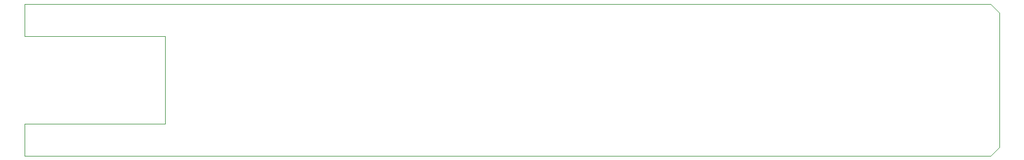
<source format=gbr>
%TF.GenerationSoftware,KiCad,Pcbnew,(6.0.6)*%
%TF.CreationDate,2022-10-04T12:54:13+11:00*%
%TF.ProjectId,freshboard,66726573-6862-46f6-9172-642e6b696361,rev?*%
%TF.SameCoordinates,Original*%
%TF.FileFunction,Profile,NP*%
%FSLAX46Y46*%
G04 Gerber Fmt 4.6, Leading zero omitted, Abs format (unit mm)*
G04 Created by KiCad (PCBNEW (6.0.6)) date 2022-10-04 12:54:13*
%MOMM*%
%LPD*%
G01*
G04 APERTURE LIST*
%TA.AperFunction,Profile*%
%ADD10C,0.100000*%
%TD*%
G04 APERTURE END LIST*
D10*
X207010000Y-83000000D02*
X208270000Y-84270000D01*
X87630000Y-87630000D02*
X67310000Y-87630000D01*
X67310000Y-87630000D02*
X67310000Y-83000000D01*
X87630000Y-100330000D02*
X87630000Y-87630000D01*
X207010000Y-83000000D02*
X67310000Y-83000000D01*
X208280000Y-103730000D02*
X207010000Y-105000000D01*
X207010000Y-105000000D02*
X67310000Y-105000000D01*
X67310000Y-105000000D02*
X67310000Y-100330000D01*
X208270000Y-84270000D02*
X208280000Y-103730000D01*
X67310000Y-100330000D02*
X87630000Y-100330000D01*
M02*

</source>
